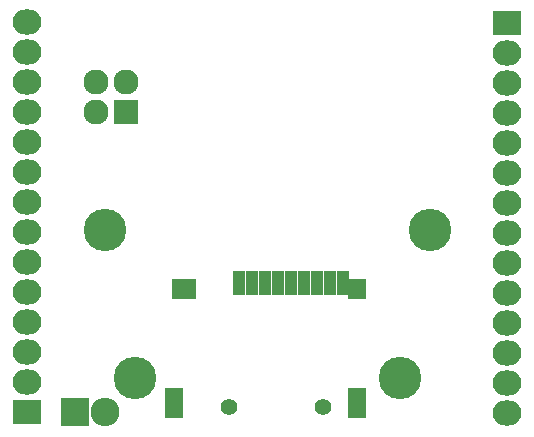
<source format=gbr>
G04 #@! TF.FileFunction,Soldermask,Bot*
%FSLAX46Y46*%
G04 Gerber Fmt 4.6, Leading zero omitted, Abs format (unit mm)*
G04 Created by KiCad (PCBNEW 4.0.5+dfsg1-4) date Mon Oct 30 10:46:31 2017*
%MOMM*%
%LPD*%
G01*
G04 APERTURE LIST*
%ADD10C,0.100000*%
%ADD11C,3.600000*%
%ADD12R,2.432000X2.127200*%
%ADD13O,2.432000X2.127200*%
%ADD14R,1.100000X2.000000*%
%ADD15R,1.600000X1.800000*%
%ADD16R,2.000000X1.800000*%
%ADD17R,1.600000X2.600000*%
%ADD18C,1.400000*%
%ADD19R,2.432000X2.432000*%
%ADD20O,2.432000X2.432000*%
%ADD21R,2.127200X2.127200*%
%ADD22O,2.127200X2.127200*%
G04 APERTURE END LIST*
D10*
D11*
X167500000Y-135000000D03*
D12*
X176530000Y-105000000D03*
D13*
X176530000Y-107540000D03*
X176530000Y-110080000D03*
X176530000Y-112620000D03*
X176530000Y-115160000D03*
X176530000Y-117700000D03*
X176530000Y-120240000D03*
X176530000Y-122780000D03*
X176530000Y-125320000D03*
X176530000Y-127860000D03*
X176530000Y-130400000D03*
X176530000Y-132940000D03*
X176530000Y-135480000D03*
X176530000Y-138020000D03*
D12*
X135890000Y-137940000D03*
D13*
X135890000Y-135400000D03*
X135890000Y-132860000D03*
X135890000Y-130320000D03*
X135890000Y-127780000D03*
X135890000Y-125240000D03*
X135890000Y-122700000D03*
X135890000Y-120160000D03*
X135890000Y-117620000D03*
X135890000Y-115080000D03*
X135890000Y-112540000D03*
X135890000Y-110000000D03*
X135890000Y-107460000D03*
X135890000Y-104920000D03*
D14*
X153800000Y-127000000D03*
X154900000Y-127000000D03*
X156000000Y-127000000D03*
X157100000Y-127000000D03*
X158200000Y-127000000D03*
X159300000Y-127000000D03*
X160400000Y-127000000D03*
X161500000Y-127000000D03*
X162600000Y-127000000D03*
D15*
X163800000Y-127500000D03*
D16*
X149200000Y-127500000D03*
D17*
X163800000Y-137100000D03*
X148300000Y-137100000D03*
D18*
X160980000Y-137500000D03*
X153000000Y-137500000D03*
D11*
X170000000Y-122500000D03*
X142500000Y-122500000D03*
X145000000Y-135000000D03*
D19*
X139954000Y-137922000D03*
D20*
X142494000Y-137922000D03*
D21*
X144272000Y-112522000D03*
D22*
X141732000Y-112522000D03*
X144272000Y-109982000D03*
X141732000Y-109982000D03*
M02*

</source>
